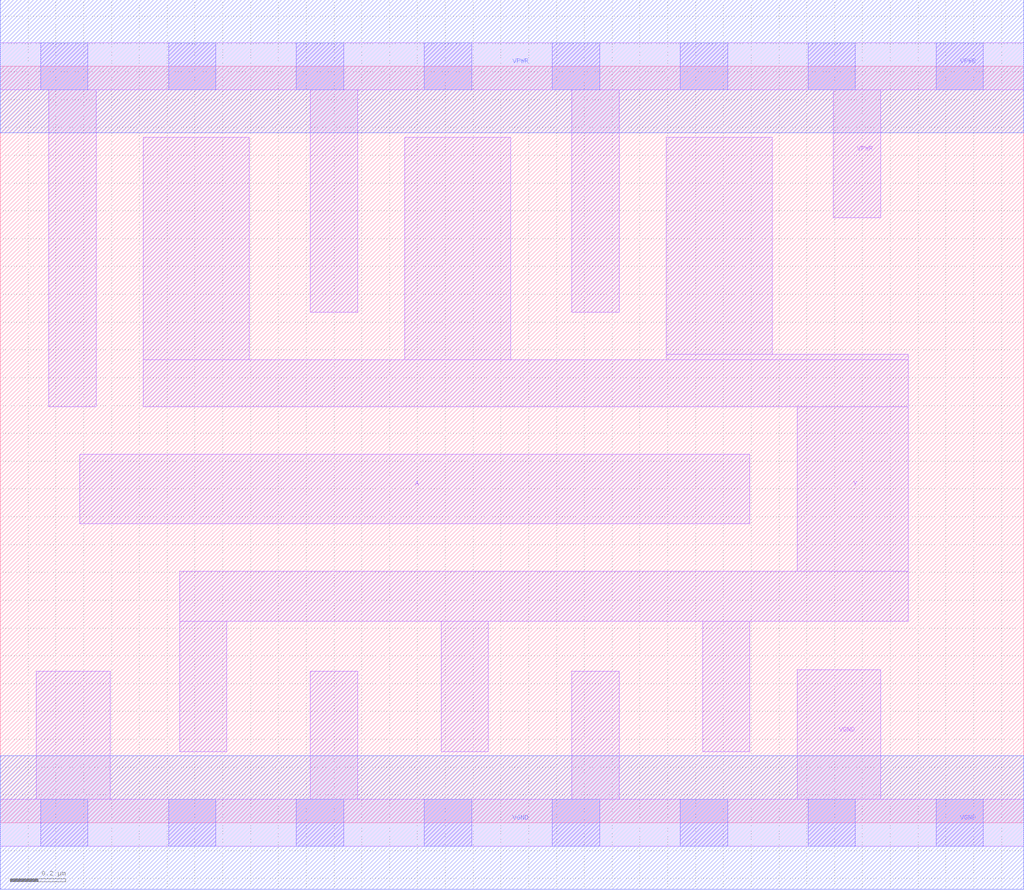
<source format=lef>
# Copyright 2020 The SkyWater PDK Authors
#
# Licensed under the Apache License, Version 2.0 (the "License");
# you may not use this file except in compliance with the License.
# You may obtain a copy of the License at
#
#     https://www.apache.org/licenses/LICENSE-2.0
#
# Unless required by applicable law or agreed to in writing, software
# distributed under the License is distributed on an "AS IS" BASIS,
# WITHOUT WARRANTIES OR CONDITIONS OF ANY KIND, either express or implied.
# See the License for the specific language governing permissions and
# limitations under the License.
#
# SPDX-License-Identifier: Apache-2.0

VERSION 5.7 ;
  NAMESCASESENSITIVE ON ;
  NOWIREEXTENSIONATPIN ON ;
  DIVIDERCHAR "/" ;
  BUSBITCHARS "[]" ;
UNITS
  DATABASE MICRONS 200 ;
END UNITS
PROPERTYDEFINITIONS
  MACRO maskLayoutSubType STRING ;
  MACRO prCellType STRING ;
  MACRO originalViewName STRING ;
END PROPERTYDEFINITIONS
MACRO sky130_fd_sc_hdll__inv_6
  CLASS CORE ;
  FOREIGN sky130_fd_sc_hdll__inv_6 ;
  ORIGIN  0.000000  0.000000 ;
  SIZE  3.680000 BY  2.720000 ;
  SYMMETRY X Y R90 ;
  SITE unithd ;
  PIN A
    ANTENNAGATEAREA  1.665000 ;
    DIRECTION INPUT ;
    USE SIGNAL ;
    PORT
      LAYER li1 ;
        RECT 0.285000 1.075000 2.695000 1.325000 ;
    END
  END A
  PIN Y
    ANTENNADIFFAREA  1.494000 ;
    DIRECTION OUTPUT ;
    USE SIGNAL ;
    PORT
      LAYER li1 ;
        RECT 0.515000 1.495000 3.265000 1.665000 ;
        RECT 0.515000 1.665000 0.895000 2.465000 ;
        RECT 0.645000 0.255000 0.815000 0.725000 ;
        RECT 0.645000 0.725000 3.265000 0.905000 ;
        RECT 1.455000 1.665000 1.835000 2.465000 ;
        RECT 1.585000 0.255000 1.755000 0.725000 ;
        RECT 2.395000 1.665000 3.265000 1.685000 ;
        RECT 2.395000 1.685000 2.775000 2.465000 ;
        RECT 2.525000 0.255000 2.695000 0.725000 ;
        RECT 2.865000 0.905000 3.265000 1.495000 ;
    END
  END Y
  PIN VGND
    DIRECTION INOUT ;
    USE GROUND ;
    PORT
      LAYER li1 ;
        RECT 0.000000 -0.085000 3.680000 0.085000 ;
        RECT 0.130000  0.085000 0.395000 0.545000 ;
        RECT 1.115000  0.085000 1.285000 0.545000 ;
        RECT 2.055000  0.085000 2.225000 0.545000 ;
        RECT 2.865000  0.085000 3.165000 0.550000 ;
      LAYER mcon ;
        RECT 0.145000 -0.085000 0.315000 0.085000 ;
        RECT 0.605000 -0.085000 0.775000 0.085000 ;
        RECT 1.065000 -0.085000 1.235000 0.085000 ;
        RECT 1.525000 -0.085000 1.695000 0.085000 ;
        RECT 1.985000 -0.085000 2.155000 0.085000 ;
        RECT 2.445000 -0.085000 2.615000 0.085000 ;
        RECT 2.905000 -0.085000 3.075000 0.085000 ;
        RECT 3.365000 -0.085000 3.535000 0.085000 ;
      LAYER met1 ;
        RECT 0.000000 -0.240000 3.680000 0.240000 ;
    END
  END VGND
  PIN VPWR
    DIRECTION INOUT ;
    USE POWER ;
    PORT
      LAYER li1 ;
        RECT 0.000000 2.635000 3.680000 2.805000 ;
        RECT 0.175000 1.495000 0.345000 2.635000 ;
        RECT 1.115000 1.835000 1.285000 2.635000 ;
        RECT 2.055000 1.835000 2.225000 2.635000 ;
        RECT 2.995000 2.175000 3.165000 2.635000 ;
      LAYER mcon ;
        RECT 0.145000 2.635000 0.315000 2.805000 ;
        RECT 0.605000 2.635000 0.775000 2.805000 ;
        RECT 1.065000 2.635000 1.235000 2.805000 ;
        RECT 1.525000 2.635000 1.695000 2.805000 ;
        RECT 1.985000 2.635000 2.155000 2.805000 ;
        RECT 2.445000 2.635000 2.615000 2.805000 ;
        RECT 2.905000 2.635000 3.075000 2.805000 ;
        RECT 3.365000 2.635000 3.535000 2.805000 ;
      LAYER met1 ;
        RECT 0.000000 2.480000 3.680000 2.960000 ;
    END
  END VPWR
  PROPERTY maskLayoutSubType "abstract" ;
  PROPERTY prCellType "standard" ;
  PROPERTY originalViewName "layout" ;
END sky130_fd_sc_hdll__inv_6

</source>
